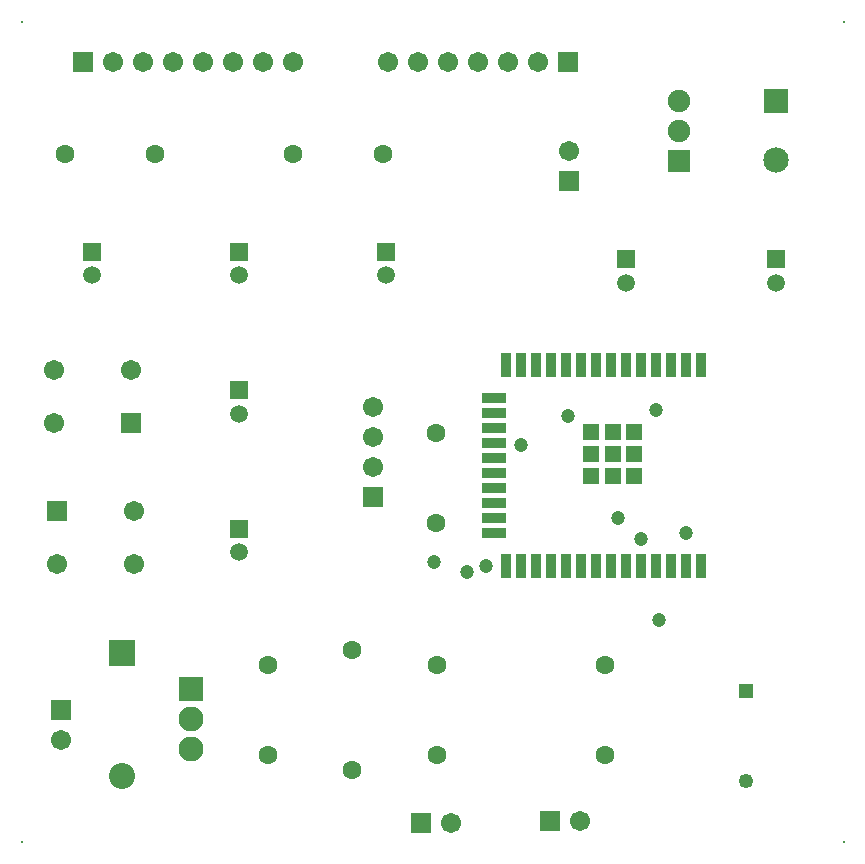
<source format=gts>
G04*
G04 #@! TF.GenerationSoftware,Altium Limited,Altium Designer,22.4.2 (48)*
G04*
G04 Layer_Color=8388736*
%FSLAX25Y25*%
%MOIN*%
G70*
G04*
G04 #@! TF.SameCoordinates,09A78814-C825-4F20-898B-51866AA435C6*
G04*
G04*
G04 #@! TF.FilePolarity,Negative*
G04*
G01*
G75*
%ADD15R,0.03543X0.07874*%
%ADD16R,0.05236X0.05236*%
%ADD17R,0.07874X0.03543*%
%ADD18R,0.05918X0.05918*%
%ADD19C,0.05918*%
%ADD20C,0.06312*%
%ADD21R,0.08477X0.08477*%
%ADD22C,0.08477*%
%ADD23R,0.07493X0.07493*%
%ADD24C,0.07493*%
%ADD25R,0.06706X0.06706*%
%ADD26C,0.06706*%
%ADD27R,0.06706X0.06706*%
%ADD28R,0.08359X0.08359*%
%ADD29C,0.08359*%
%ADD30C,0.08674*%
%ADD31R,0.08674X0.08674*%
%ADD32C,0.00800*%
%ADD33R,0.04921X0.04921*%
%ADD34C,0.04921*%
%ADD35C,0.04737*%
D15*
X212937Y169965D02*
D03*
X207937D02*
D03*
X232937Y103035D02*
D03*
X177937D02*
D03*
X232937Y169965D02*
D03*
X237937Y103035D02*
D03*
X227937D02*
D03*
X222937D02*
D03*
X217937D02*
D03*
X212937D02*
D03*
X207937D02*
D03*
X202937D02*
D03*
X197937D02*
D03*
X192937D02*
D03*
X187937D02*
D03*
X182937D02*
D03*
X172937D02*
D03*
Y169965D02*
D03*
X177937D02*
D03*
X182937D02*
D03*
X187937D02*
D03*
X192937D02*
D03*
X197937D02*
D03*
X202937D02*
D03*
X217937D02*
D03*
X222937D02*
D03*
X227937D02*
D03*
X237937D02*
D03*
D16*
X201185Y133213D02*
D03*
Y140437D02*
D03*
Y147661D02*
D03*
X208410Y133213D02*
D03*
Y140437D02*
D03*
Y147661D02*
D03*
X215634Y133213D02*
D03*
Y140437D02*
D03*
Y147661D02*
D03*
D17*
X169000Y114000D02*
D03*
Y119000D02*
D03*
Y124000D02*
D03*
Y129000D02*
D03*
Y134000D02*
D03*
Y139000D02*
D03*
Y144000D02*
D03*
Y149000D02*
D03*
Y154000D02*
D03*
Y159000D02*
D03*
D18*
X213000Y205437D02*
D03*
X133000Y207874D02*
D03*
X84000D02*
D03*
Y115500D02*
D03*
Y161687D02*
D03*
X263000Y205437D02*
D03*
X35000Y207874D02*
D03*
D19*
X213000Y197563D02*
D03*
X84000Y107626D02*
D03*
Y200000D02*
D03*
Y153813D02*
D03*
X263000Y197563D02*
D03*
X133000Y200000D02*
D03*
X35000D02*
D03*
D20*
X149500Y117500D02*
D03*
Y147500D02*
D03*
X102000Y240500D02*
D03*
X149750Y70000D02*
D03*
Y40000D02*
D03*
X121625Y35000D02*
D03*
Y75000D02*
D03*
X206000Y40000D02*
D03*
Y70000D02*
D03*
X93500Y40000D02*
D03*
Y70000D02*
D03*
X26000Y240500D02*
D03*
X56000D02*
D03*
X132000D02*
D03*
D21*
X263000Y258000D02*
D03*
D22*
Y238315D02*
D03*
D23*
X230500Y238000D02*
D03*
D24*
Y248000D02*
D03*
Y258000D02*
D03*
D25*
X194000Y231500D02*
D03*
X24500Y55000D02*
D03*
X128500Y126000D02*
D03*
D26*
X194000Y241500D02*
D03*
X24500Y45000D02*
D03*
X128500Y136000D02*
D03*
Y146000D02*
D03*
Y156000D02*
D03*
X173500Y271000D02*
D03*
X183500D02*
D03*
X163500D02*
D03*
X153500D02*
D03*
X143500D02*
D03*
X133500D02*
D03*
X197500Y18000D02*
D03*
X23205Y103642D02*
D03*
X48795D02*
D03*
Y121358D02*
D03*
X102000Y271000D02*
D03*
X92000D02*
D03*
X82000D02*
D03*
X72000D02*
D03*
X62000D02*
D03*
X52000D02*
D03*
X42000D02*
D03*
X154500Y17500D02*
D03*
X47941Y168358D02*
D03*
X22350D02*
D03*
Y150642D02*
D03*
D27*
X193500Y271000D02*
D03*
X187500Y18000D02*
D03*
X23205Y121358D02*
D03*
X32000Y271000D02*
D03*
X144500Y17500D02*
D03*
X47941Y150642D02*
D03*
D28*
X68000Y62000D02*
D03*
D29*
Y52000D02*
D03*
Y42000D02*
D03*
D30*
X45000Y32909D02*
D03*
D31*
Y74091D02*
D03*
D32*
X11500Y284500D02*
D03*
X285500D02*
D03*
Y11000D02*
D03*
X11500D02*
D03*
D33*
X253000Y61461D02*
D03*
D34*
Y31539D02*
D03*
D35*
X166300Y103000D02*
D03*
X160000Y101000D02*
D03*
X177937Y143400D02*
D03*
X149000Y104500D02*
D03*
X232937Y113937D02*
D03*
X223953Y85000D02*
D03*
X210200Y119200D02*
D03*
X222800Y155100D02*
D03*
X193500Y153000D02*
D03*
X218000Y112000D02*
D03*
M02*

</source>
